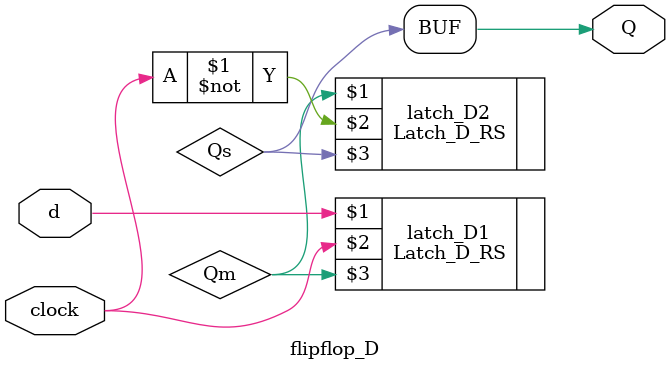
<source format=v>
module flipflop_D(d, clock , Q);
	
	input d, clock;
	output Q;
	
	wire Qm, Qs;

	//always @(posedge clock)
	
		//begin
	
	Latch_D_RS latch_D1(d, clock,Qm), latch_D2(Qm, ~clock,Qs);
	
		//end 
	
	assign Q = Qs;

endmodule 
</source>
